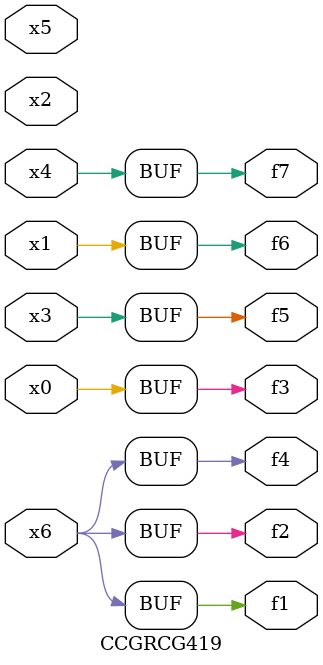
<source format=v>
module CCGRCG419(
	input x0, x1, x2, x3, x4, x5, x6,
	output f1, f2, f3, f4, f5, f6, f7
);
	assign f1 = x6;
	assign f2 = x6;
	assign f3 = x0;
	assign f4 = x6;
	assign f5 = x3;
	assign f6 = x1;
	assign f7 = x4;
endmodule

</source>
